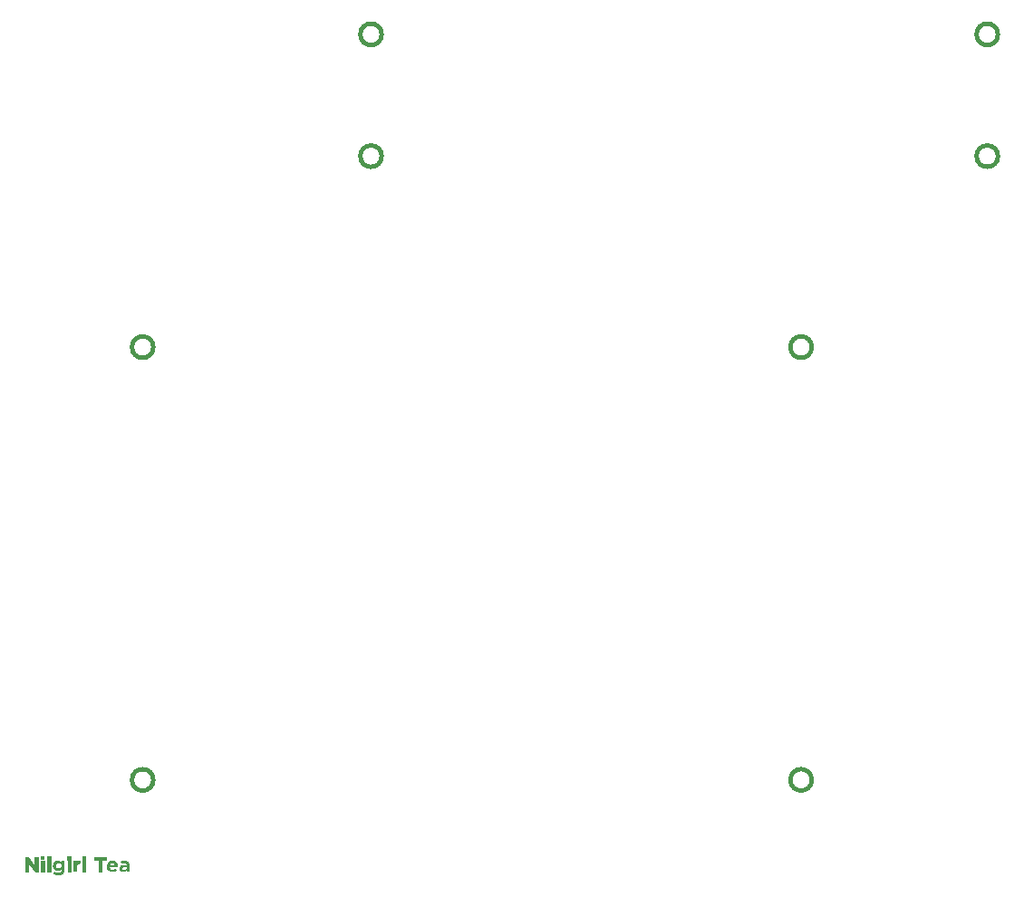
<source format=gto>
G04 #@! TF.GenerationSoftware,KiCad,Pcbnew,(5.1.4-0-10_14)*
G04 #@! TF.CreationDate,2019-10-29T21:54:03+09:00*
G04 #@! TF.ProjectId,nilgiri_back,6e696c67-6972-4695-9f62-61636b2e6b69,rev?*
G04 #@! TF.SameCoordinates,Original*
G04 #@! TF.FileFunction,Legend,Top*
G04 #@! TF.FilePolarity,Positive*
%FSLAX46Y46*%
G04 Gerber Fmt 4.6, Leading zero omitted, Abs format (unit mm)*
G04 Created by KiCad (PCBNEW (5.1.4-0-10_14)) date 2019-10-29 21:54:03*
%MOMM*%
%LPD*%
G04 APERTURE LIST*
%ADD10C,0.100000*%
%ADD11C,0.010000*%
%ADD12C,0.400000*%
G04 APERTURE END LIST*
D10*
G36*
X101369500Y-119460000D02*
G01*
X101364335Y-119889616D01*
X101649500Y-119890000D01*
X101649500Y-119260000D01*
X101639500Y-119180000D01*
X101619500Y-119090000D01*
X101589500Y-119020000D01*
X101529500Y-118950000D01*
X101469500Y-118910000D01*
X101389500Y-118870000D01*
X101309500Y-118850000D01*
X101229500Y-118840000D01*
X101186396Y-118842135D01*
X101039500Y-118850000D01*
X100899500Y-118880000D01*
X100784525Y-118925334D01*
X100857906Y-119149437D01*
X100919500Y-119130000D01*
X101029500Y-119100000D01*
X101144021Y-119093455D01*
X101229500Y-119100000D01*
X101309500Y-119140000D01*
X101349500Y-119190000D01*
X101359500Y-119230000D01*
X101369500Y-119310000D01*
X101369500Y-119460000D01*
G37*
G36*
X101364335Y-119777478D02*
G01*
X101319500Y-119820000D01*
X101219500Y-119880000D01*
X101089500Y-119910000D01*
X101029500Y-119910000D01*
X100939500Y-119900000D01*
X100859500Y-119870000D01*
X100799500Y-119830000D01*
X100749500Y-119770000D01*
X100709500Y-119700000D01*
X100699500Y-119610000D01*
X100699500Y-119550000D01*
X100719500Y-119450000D01*
X100769500Y-119370000D01*
X100839500Y-119320000D01*
X100909500Y-119290000D01*
X100969500Y-119270000D01*
X101049500Y-119260000D01*
X101113015Y-119257613D01*
X101199500Y-119260000D01*
X101299500Y-119280000D01*
X101366230Y-119300160D01*
X101419500Y-119330000D01*
X101439500Y-119500000D01*
X101370019Y-119472243D01*
X101279500Y-119440000D01*
X101182606Y-119433486D01*
X101109500Y-119440000D01*
X101049500Y-119460000D01*
X100999500Y-119500000D01*
X100979500Y-119560000D01*
X100979500Y-119590000D01*
X100999500Y-119650000D01*
X101029500Y-119680000D01*
X101079500Y-119700000D01*
X101140059Y-119705993D01*
X101209500Y-119700000D01*
X101249500Y-119690000D01*
X101289500Y-119670000D01*
X101309500Y-119650000D01*
X101349500Y-119610000D01*
X101369500Y-119550000D01*
X101370019Y-119524436D01*
X101439500Y-119540000D01*
X101439500Y-119780000D01*
X101364335Y-119777478D01*
G37*
G36*
X100229500Y-119190000D02*
G01*
X100239500Y-119220000D01*
X100259500Y-119300000D01*
X100439500Y-119040000D01*
X100419500Y-119010000D01*
X100229500Y-119190000D01*
G37*
G36*
X100035389Y-118834556D02*
G01*
X99949500Y-118840000D01*
X99859500Y-118860000D01*
X99729500Y-118930000D01*
X99639500Y-119020000D01*
X99579500Y-119120000D01*
X99539500Y-119220000D01*
X99523276Y-119377503D01*
X99529500Y-119480000D01*
X99559500Y-119590000D01*
X99599500Y-119670000D01*
X99669500Y-119760000D01*
X99759500Y-119830000D01*
X99869500Y-119880000D01*
X99979500Y-119910000D01*
X100064328Y-119912871D01*
X100199500Y-119900000D01*
X100299500Y-119870000D01*
X100399500Y-119810000D01*
X100487558Y-119719601D01*
X100319437Y-119570773D01*
X100229500Y-119640000D01*
X100149500Y-119670000D01*
X100068290Y-119677054D01*
X99989500Y-119670000D01*
X99909500Y-119630000D01*
X99859500Y-119580000D01*
X99829500Y-119520000D01*
X99815075Y-119474138D01*
X100535962Y-119474138D01*
X100539500Y-119390000D01*
X100529500Y-119260000D01*
X100509500Y-119170000D01*
X100439500Y-119030000D01*
X100253808Y-119290514D01*
X99811286Y-119290514D01*
X99839500Y-119200000D01*
X99879500Y-119140000D01*
X99929500Y-119100000D01*
X99969500Y-119080000D01*
X100035389Y-119070200D01*
X100109500Y-119080000D01*
X100179500Y-119120000D01*
X100229500Y-119190000D01*
X100429500Y-119020000D01*
X100379500Y-118960000D01*
X100299500Y-118900000D01*
X100229500Y-118870000D01*
X100169500Y-118850000D01*
X100089500Y-118840000D01*
X100035389Y-118834556D01*
G37*
G36*
X98326170Y-118811301D02*
G01*
X98326170Y-118536900D01*
X99447031Y-118536900D01*
X99447031Y-118811301D01*
X98326170Y-118811301D01*
G37*
G36*
X98737859Y-118811301D02*
G01*
X99035515Y-118811301D01*
X99035515Y-119889616D01*
X98737859Y-119889616D01*
X98737859Y-118811301D01*
G37*
G36*
X96729500Y-119030000D02*
G01*
X96749500Y-118990000D01*
X96799500Y-118920000D01*
X96859500Y-118880000D01*
X96909500Y-118850000D01*
X96979500Y-118840000D01*
X97049500Y-118840000D01*
X97046144Y-119141686D01*
X96989500Y-119140000D01*
X96909500Y-119160000D01*
X96829500Y-119200000D01*
X96759500Y-119280000D01*
X96729500Y-119380000D01*
X96719500Y-119480000D01*
X96715587Y-119889616D01*
X96421893Y-119889616D01*
X96421893Y-118853848D01*
X96715587Y-118853848D01*
X96719500Y-119050000D01*
X96729500Y-119030000D01*
G37*
D11*
X97242687Y-118853848D02*
X97536553Y-118853848D01*
X97536553Y-118853848D02*
X97536553Y-119889616D01*
X97536553Y-119889616D02*
X97242687Y-119889616D01*
X97242687Y-119889616D02*
X97242687Y-118853848D01*
D10*
G36*
X97235108Y-118478850D02*
G01*
X97544305Y-118478850D01*
X97544305Y-118739816D01*
X97235108Y-118739816D01*
X97235108Y-118478850D01*
G37*
G36*
X97242687Y-118853848D02*
G01*
X97536553Y-118853848D01*
X97536553Y-119889616D01*
X97242687Y-119889616D01*
X97242687Y-118853848D01*
G37*
D11*
X95852074Y-118853848D02*
X96145940Y-118853848D01*
X96145940Y-118853848D02*
X96145940Y-119889616D01*
X96145940Y-119889616D02*
X95852074Y-119889616D01*
X95852074Y-119889616D02*
X95852074Y-118853848D01*
D10*
G36*
X95844495Y-118478850D02*
G01*
X96153692Y-118478850D01*
X96153692Y-118739816D01*
X95844495Y-118739816D01*
X95844495Y-118478850D01*
G37*
G36*
X95852074Y-118853848D02*
G01*
X96145940Y-118853848D01*
X96145940Y-119889616D01*
X95852074Y-119889616D01*
X95852074Y-118853848D01*
G37*
G36*
X94499500Y-119420000D02*
G01*
X94509500Y-119480000D01*
X94529500Y-119540000D01*
X94569500Y-119610000D01*
X94609500Y-119660000D01*
X94659500Y-119710000D01*
X94709500Y-119740000D01*
X94789500Y-119780000D01*
X94889500Y-119800000D01*
X94948598Y-119804522D01*
X95019500Y-119800000D01*
X95099500Y-119780000D01*
X95179500Y-119740000D01*
X95229500Y-119700000D01*
X95299500Y-119630000D01*
X95269500Y-119420000D01*
X95219500Y-119490000D01*
X95159500Y-119530000D01*
X95109500Y-119550000D01*
X95049500Y-119560000D01*
X94949500Y-119550000D01*
X94869500Y-119510000D01*
X94819500Y-119450000D01*
X94789500Y-119400000D01*
X94779500Y-119360000D01*
X94499500Y-119420000D01*
G37*
G36*
X95289500Y-119320000D02*
G01*
X95279500Y-119240000D01*
X95239500Y-119170000D01*
X95189500Y-119120000D01*
X95129500Y-119090000D01*
X95069500Y-119080000D01*
X95033520Y-119077952D01*
X94949500Y-119090000D01*
X94879500Y-119120000D01*
X94839500Y-119160000D01*
X94809500Y-119210000D01*
X94789500Y-119260000D01*
X94782372Y-119321520D01*
X94789500Y-119370000D01*
X94499500Y-119420000D01*
X94489500Y-119360000D01*
X94488678Y-119321520D01*
X94489500Y-119250000D01*
X94509500Y-119160000D01*
X94549500Y-119060000D01*
X94609500Y-118980000D01*
X94659500Y-118930000D01*
X94719500Y-118890000D01*
X94789500Y-118860000D01*
X94869500Y-118840000D01*
X94948598Y-118834556D01*
X95029500Y-118840000D01*
X95079500Y-118850000D01*
X95149500Y-118880000D01*
X95199500Y-118910000D01*
X95259500Y-118960000D01*
X95289500Y-118990000D01*
X95289500Y-118850000D01*
X95579500Y-118850000D01*
X95579500Y-119670000D01*
X95569500Y-119800000D01*
X95549500Y-119900000D01*
X95529500Y-119950000D01*
X95509500Y-119980000D01*
X95469500Y-120050000D01*
X95399500Y-120110000D01*
X95359500Y-120130000D01*
X95299500Y-120160000D01*
X95239500Y-120180000D01*
X95179500Y-120190000D01*
X95089500Y-120200000D01*
X94998724Y-120202603D01*
X94919500Y-120200000D01*
X94829500Y-120190000D01*
X94759500Y-120180000D01*
X94659500Y-120150000D01*
X94589500Y-120120000D01*
X94540871Y-120094427D01*
X94641295Y-119874113D01*
X94709500Y-119910000D01*
X94759500Y-119930000D01*
X94829500Y-119950000D01*
X94889500Y-119960000D01*
X94991145Y-119968853D01*
X95089500Y-119960000D01*
X95149500Y-119940000D01*
X95209500Y-119900000D01*
X95249500Y-119850000D01*
X95269500Y-119800000D01*
X95289500Y-119720000D01*
X95286734Y-119636402D01*
X95259500Y-119440000D01*
X95279500Y-119390000D01*
X95289500Y-119320000D01*
G37*
G36*
X93965196Y-119889616D02*
G01*
X94259062Y-119889616D01*
X94259062Y-118478850D01*
X93965196Y-118478850D01*
X93965196Y-119889616D01*
G37*
G36*
X93381941Y-118853848D02*
G01*
X93675807Y-118853848D01*
X93675807Y-119889616D01*
X93381941Y-119889616D01*
X93381941Y-118853848D01*
G37*
G36*
X93374362Y-118478850D02*
G01*
X93683559Y-118478850D01*
X93683559Y-118739816D01*
X93374362Y-118739816D01*
X93374362Y-118478850D01*
G37*
G36*
X91873506Y-118536900D02*
G01*
X92147908Y-118536900D01*
X92781805Y-119369751D01*
X92781805Y-118536900D01*
X93075500Y-118536900D01*
X93075500Y-119889616D01*
X92822457Y-119889616D01*
X92167372Y-119029720D01*
X92167372Y-119889616D01*
X91873506Y-119889616D01*
X91873506Y-118536900D01*
G37*
D11*
X98737859Y-119889616D02*
X98737859Y-118811301D01*
X99035515Y-119889616D02*
X98737859Y-119889616D01*
X99035515Y-118811301D02*
X99035515Y-119889616D01*
X99447031Y-118811301D02*
X99035515Y-118811301D01*
X99447031Y-118536900D02*
X99447031Y-118811301D01*
X98326170Y-118536900D02*
X99447031Y-118536900D01*
X98326170Y-118811301D02*
X98326170Y-118536900D01*
X98737859Y-118811301D02*
X98326170Y-118811301D01*
X97242687Y-119889616D02*
X97242687Y-118853848D01*
X97536554Y-119889616D02*
X97242687Y-119889616D01*
X97536554Y-118853848D02*
X97536554Y-119889616D01*
X97242687Y-118853848D02*
X97536554Y-118853848D01*
X97235108Y-118739816D02*
X97235108Y-118478850D01*
X97544305Y-118739816D02*
X97235108Y-118739816D01*
X97544305Y-118478850D02*
X97544305Y-118739816D01*
X97235108Y-118478850D02*
X97544305Y-118478850D01*
X91873506Y-119889616D02*
X91873506Y-118536900D01*
X92781805Y-118536900D02*
X93075500Y-118536900D01*
X92147908Y-118536900D02*
X92781805Y-119369751D01*
X91873506Y-118536900D02*
X92147908Y-118536900D01*
X96145941Y-118853848D02*
X96145941Y-119889616D01*
X95852074Y-118853848D02*
X96145941Y-118853848D01*
X95844495Y-118739816D02*
X95844495Y-118478850D01*
X96153692Y-118739816D02*
X95844495Y-118739816D01*
X96153692Y-118478850D02*
X96153692Y-118739816D01*
X95844495Y-118478850D02*
X96153692Y-118478850D01*
X93965196Y-119889616D02*
X93965196Y-118478850D01*
X94259062Y-119889616D02*
X93965196Y-119889616D01*
X94259062Y-118478850D02*
X94259062Y-119889616D01*
X93965196Y-118478850D02*
X94259062Y-118478850D01*
X93381941Y-119889616D02*
X93381941Y-118853848D01*
X93675807Y-119889616D02*
X93381941Y-119889616D01*
X93675807Y-118853848D02*
X93675807Y-119889616D01*
X93381941Y-118853848D02*
X93675807Y-118853848D01*
X92167372Y-119889616D02*
X91873506Y-119889616D01*
X92167372Y-119029720D02*
X92167372Y-119889616D01*
X95852074Y-119889616D02*
X95852074Y-118853848D01*
X96145941Y-119889616D02*
X95852074Y-119889616D01*
X93075500Y-119889616D02*
X92822457Y-119889616D01*
X92781805Y-119369751D02*
X92781805Y-118536900D01*
X92822457Y-119889616D02*
X92167372Y-119029720D01*
X93075500Y-118536900D02*
X93075500Y-119889616D01*
D12*
X182784000Y-53020000D02*
G75*
G03X182784000Y-53020000I-1000000J0D01*
G01*
X165388800Y-111302800D02*
G75*
G03X165388800Y-111302800I-1000000J0D01*
G01*
X165388800Y-70866000D02*
G75*
G03X165388800Y-70866000I-1000000J0D01*
G01*
X103870000Y-111302800D02*
G75*
G03X103870000Y-111302800I-1000000J0D01*
G01*
X103870000Y-70866000D02*
G75*
G03X103870000Y-70866000I-1000000J0D01*
G01*
X182784000Y-41640000D02*
G75*
G03X182784000Y-41640000I-1000000J0D01*
G01*
X125206000Y-53020000D02*
G75*
G03X125206000Y-53020000I-1000000J0D01*
G01*
X125206000Y-41640000D02*
G75*
G03X125206000Y-41640000I-1000000J0D01*
G01*
M02*

</source>
